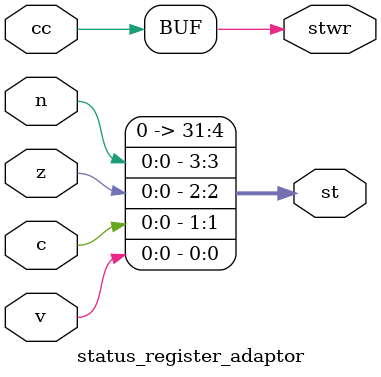
<source format=v>
/* Generated by Yosys 0.7+307 (git sha1 7d41c5e1, gcc 7.2.0-3ubuntu1 -fPIC -Os) */

(* top =  1  *)
(* src = "execute.v:33" *)
module status_register_adaptor(st, stwr, n, z, c, v, cc);
  (* src = "execute.v:34" *)
  input c;
  (* src = "execute.v:35" *)
  input cc;
  (* src = "execute.v:34" *)
  input n;
  (* src = "execute.v:37" *)
  output [31:0] st;
  (* src = "execute.v:38" *)
  output stwr;
  (* src = "execute.v:34" *)
  input v;
  (* src = "execute.v:34" *)
  input z;
  assign st = { 28'h0000000, n, z, c, v };
  assign stwr = cc;
endmodule

</source>
